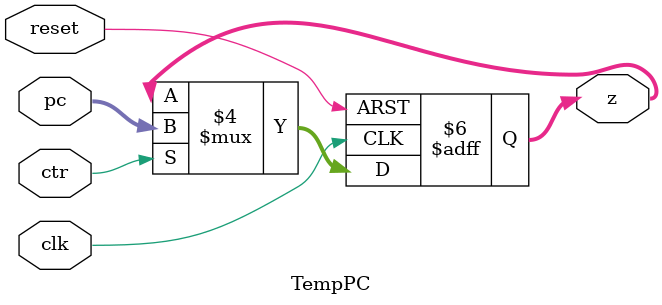
<source format=v>
`timescale 1ns / 1ps


module TempPC(
    input clk,
    input reset,
    input ctr,
    input [31:0] pc,
    
    output reg [31:0] z
    );
    always@(posedge clk or posedge reset)begin
        if(reset==1)z<=32'h00400000;
        else begin
            if(ctr==1)z<=pc;
        end
    end
endmodule

</source>
